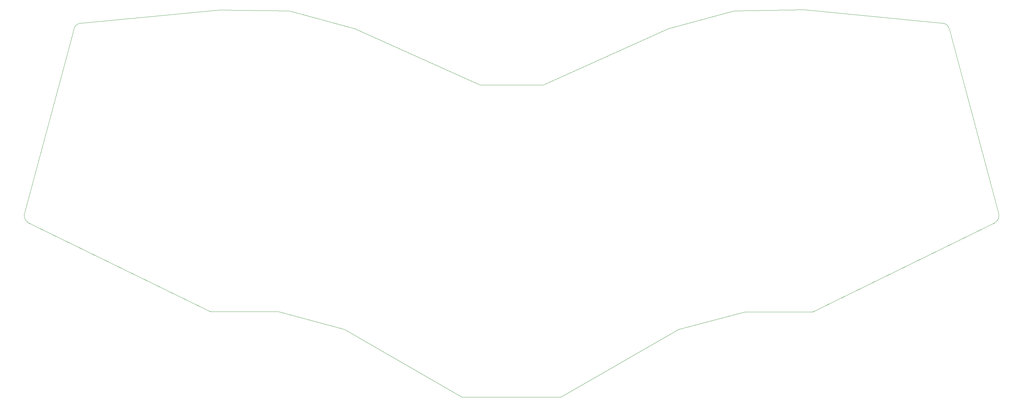
<source format=gm1>
G04 #@! TF.GenerationSoftware,KiCad,Pcbnew,8.0.4*
G04 #@! TF.CreationDate,2024-08-16T14:16:25+09:00*
G04 #@! TF.ProjectId,TrueStrike42-bottom-plate,54727565-5374-4726-996b-6534322d626f,rev?*
G04 #@! TF.SameCoordinates,Original*
G04 #@! TF.FileFunction,Profile,NP*
%FSLAX46Y46*%
G04 Gerber Fmt 4.6, Leading zero omitted, Abs format (unit mm)*
G04 Created by KiCad (PCBNEW 8.0.4) date 2024-08-16 14:16:25*
%MOMM*%
%LPD*%
G01*
G04 APERTURE LIST*
G04 #@! TA.AperFunction,Profile*
%ADD10C,0.050000*%
G04 #@! TD*
G04 APERTURE END LIST*
D10*
X66619807Y-48452528D02*
X27529914Y-52202529D01*
X134769817Y-157402529D02*
X162519815Y-157402522D01*
X162519815Y-157402522D02*
X195619801Y-138352522D01*
X269869801Y-52202534D02*
G75*
G02*
X271705827Y-53954844I-249901J-2099866D01*
G01*
X25693868Y-53954841D02*
X11818190Y-105676136D01*
X64019808Y-133352527D02*
X83169805Y-133352525D01*
X192769801Y-53702532D02*
X157619795Y-69530004D01*
X211169809Y-48752518D02*
X192769801Y-53702532D01*
X139819817Y-69530000D02*
X104619804Y-53702527D01*
X104619804Y-53702527D02*
X86219798Y-48752527D01*
X12919802Y-108352522D02*
X64019808Y-133352527D01*
X86219798Y-48752527D02*
X66619807Y-48452528D01*
X12919802Y-108352522D02*
G75*
G02*
X11818195Y-105676137I1300058J2100012D01*
G01*
X233319812Y-133402523D02*
X284469816Y-108352529D01*
X285571423Y-105676127D02*
X271705846Y-53954841D01*
X269869801Y-52202534D02*
X230819811Y-48402526D01*
X25693868Y-53954841D02*
G75*
G02*
X27529914Y-52202533I2086002J-347639D01*
G01*
X157619795Y-69530004D02*
X139819817Y-69530000D01*
X195619801Y-138352522D02*
X214219807Y-133402529D01*
X230819811Y-48402526D02*
X211169809Y-48752518D01*
X214219807Y-133402529D02*
X233319812Y-133402523D01*
X101719811Y-138352536D02*
X134769817Y-157402529D01*
X285571423Y-105676127D02*
G75*
G02*
X284469798Y-108352501I-2401623J-576373D01*
G01*
X83169805Y-133352525D02*
X101719811Y-138352536D01*
M02*

</source>
